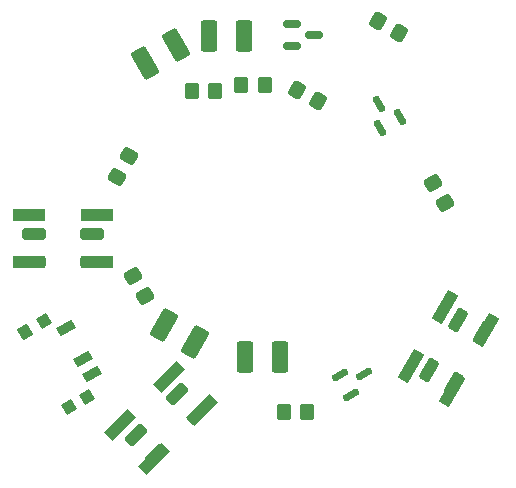
<source format=gbr>
%TF.GenerationSoftware,KiCad,Pcbnew,(6.0.5-0)*%
%TF.CreationDate,2022-06-08T15:31:11+08:00*%
%TF.ProjectId,dtl,64746c2e-6b69-4636-9164-5f7063625858,rev?*%
%TF.SameCoordinates,Original*%
%TF.FileFunction,Paste,Top*%
%TF.FilePolarity,Positive*%
%FSLAX46Y46*%
G04 Gerber Fmt 4.6, Leading zero omitted, Abs format (unit mm)*
G04 Created by KiCad (PCBNEW (6.0.5-0)) date 2022-06-08 15:31:11*
%MOMM*%
%LPD*%
G01*
G04 APERTURE LIST*
G04 Aperture macros list*
%AMRoundRect*
0 Rectangle with rounded corners*
0 $1 Rounding radius*
0 $2 $3 $4 $5 $6 $7 $8 $9 X,Y pos of 4 corners*
0 Add a 4 corners polygon primitive as box body*
4,1,4,$2,$3,$4,$5,$6,$7,$8,$9,$2,$3,0*
0 Add four circle primitives for the rounded corners*
1,1,$1+$1,$2,$3*
1,1,$1+$1,$4,$5*
1,1,$1+$1,$6,$7*
1,1,$1+$1,$8,$9*
0 Add four rect primitives between the rounded corners*
20,1,$1+$1,$2,$3,$4,$5,0*
20,1,$1+$1,$4,$5,$6,$7,0*
20,1,$1+$1,$6,$7,$8,$9,0*
20,1,$1+$1,$8,$9,$2,$3,0*%
%AMRotRect*
0 Rectangle, with rotation*
0 The origin of the aperture is its center*
0 $1 length*
0 $2 width*
0 $3 Rotation angle, in degrees counterclockwise*
0 Add horizontal line*
21,1,$1,$2,0,0,$3*%
G04 Aperture macros list end*
%ADD10RotRect,0.800000X1.500000X300.000000*%
%ADD11RotRect,1.000000X1.000000X300.000000*%
%ADD12RotRect,1.100000X1.000000X300.000000*%
%ADD13RoundRect,0.250000X-0.591506X-0.524519X-0.158494X-0.774519X0.591506X0.524519X0.158494X0.774519X0*%
%ADD14RoundRect,0.250000X-0.564711X0.078109X-0.214711X-0.528109X0.564711X-0.078109X0.214711X0.528109X0*%
%ADD15RoundRect,0.150000X-0.433790X-0.423654X0.583790X0.163846X0.433790X0.423654X-0.583790X-0.163846X0*%
%ADD16RoundRect,0.250001X0.136964X-1.162226X0.938035X-0.699727X-0.136964X1.162226X-0.938035X0.699727X0*%
%ADD17RoundRect,0.250000X-0.350000X-0.450000X0.350000X-0.450000X0.350000X0.450000X-0.350000X0.450000X0*%
%ADD18RoundRect,0.250000X0.528109X0.214711X-0.078109X0.564711X-0.528109X-0.214711X0.078109X-0.564711X0*%
%ADD19RotRect,2.800000X1.000000X240.000000*%
%ADD20RoundRect,0.150000X-0.587500X-0.150000X0.587500X-0.150000X0.587500X0.150000X-0.587500X0.150000X0*%
%ADD21R,2.800000X1.000000*%
%ADD22RoundRect,0.250001X0.462499X1.074999X-0.462499X1.074999X-0.462499X-1.074999X0.462499X-1.074999X0*%
%ADD23RoundRect,0.250000X-0.750000X0.250000X-0.750000X-0.250000X0.750000X-0.250000X0.750000X0.250000X0*%
%ADD24RoundRect,0.250000X-0.528109X-0.214711X0.078109X-0.564711X0.528109X0.214711X-0.078109X0.564711X0*%
%ADD25RotRect,2.800000X1.000000X225.000000*%
%ADD26RoundRect,0.250000X-0.707107X-0.353553X-0.353553X-0.707107X0.707107X0.353553X0.353553X0.707107X0*%
%ADD27RoundRect,0.250001X0.938035X0.699727X0.136964X1.162226X-0.938035X-0.699727X-0.136964X-1.162226X0*%
%ADD28RoundRect,0.250000X-0.214711X0.528109X-0.564711X-0.078109X0.214711X-0.528109X0.564711X0.078109X0*%
%ADD29RoundRect,0.250000X0.350000X0.450000X-0.350000X0.450000X-0.350000X-0.450000X0.350000X-0.450000X0*%
%ADD30RoundRect,0.150000X0.423654X-0.433790X-0.163846X0.583790X-0.423654X0.433790X0.163846X-0.583790X0*%
G04 APERTURE END LIST*
D10*
%TO.C,SW2*%
X198808193Y-67602112D03*
X200308193Y-70200188D03*
X201058193Y-71499226D03*
D11*
X196957360Y-66996375D03*
X200657360Y-73404963D03*
D12*
X195398514Y-67896375D03*
D11*
X199098514Y-74304963D03*
%TD*%
D13*
%TO.C,SW6*%
X234176731Y-68034937D03*
X231701731Y-72321763D03*
X232073270Y-66878238D03*
X229623270Y-71121763D03*
%TD*%
D14*
%TO.C,R19*%
X229962106Y-55297619D03*
X230962106Y-57029669D03*
%TD*%
D15*
%TO.C,Q4*%
X222013101Y-71596026D03*
X222963101Y-73241474D03*
X224111899Y-71481250D03*
%TD*%
D16*
%TO.C,D1*%
X205571787Y-45143750D03*
X208148213Y-43656250D03*
%TD*%
D17*
%TO.C,R16*%
X213700000Y-47000000D03*
X215700000Y-47000000D03*
%TD*%
D18*
%TO.C,R7*%
X220166025Y-48400000D03*
X218433975Y-47400000D03*
%TD*%
D14*
%TO.C,R12*%
X204500000Y-63183975D03*
X205500000Y-64916025D03*
%TD*%
D19*
%TO.C,SW19*%
X234400000Y-67777052D03*
X231500000Y-72800000D03*
X230935898Y-65777052D03*
X228035898Y-70800000D03*
%TD*%
D20*
%TO.C,Q1*%
X217962500Y-41850000D03*
X217962500Y-43750000D03*
X219837500Y-42800000D03*
%TD*%
D21*
%TO.C,SW14*%
X201500000Y-62025000D03*
X195700000Y-62025000D03*
X201500000Y-58025000D03*
X195700000Y-58025000D03*
%TD*%
D22*
%TO.C,D9*%
X216987500Y-70050000D03*
X214012500Y-70050000D03*
%TD*%
D23*
%TO.C,SW9*%
X201075000Y-62000000D03*
X196125000Y-62000000D03*
X201025000Y-59600000D03*
X196125000Y-59600000D03*
%TD*%
D24*
%TO.C,R18*%
X225267950Y-41600000D03*
X227000000Y-42600000D03*
%TD*%
D25*
%TO.C,SW15*%
X210364823Y-74563604D03*
X206263604Y-78664823D03*
X207536396Y-71735177D03*
X203435177Y-75836396D03*
%TD*%
D26*
%TO.C,SW10*%
X209998618Y-74880762D03*
X206498439Y-78380940D03*
X208266206Y-73219061D03*
X204801383Y-76683884D03*
%TD*%
D27*
%TO.C,D8*%
X209738213Y-68793750D03*
X207161787Y-67306250D03*
%TD*%
D22*
%TO.C,D2*%
X213900000Y-42900000D03*
X210925000Y-42900000D03*
%TD*%
D28*
%TO.C,R2*%
X204200000Y-53033975D03*
X203200000Y-54766025D03*
%TD*%
D17*
%TO.C,R1*%
X217271606Y-74660669D03*
X219271606Y-74660669D03*
%TD*%
D29*
%TO.C,R4*%
X211500000Y-47500000D03*
X209500000Y-47500000D03*
%TD*%
D30*
%TO.C,Q7*%
X225446026Y-50686899D03*
X227091474Y-49736899D03*
X225331250Y-48588101D03*
%TD*%
M02*

</source>
